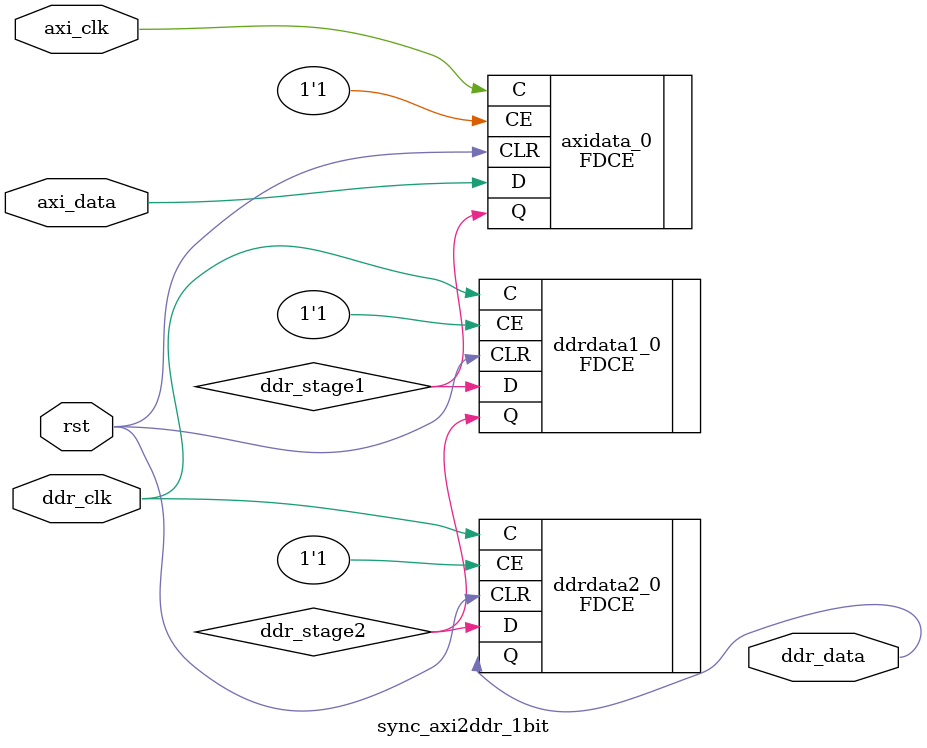
<source format=v>

module sync_axi2ddr_1bit(
  input   wire           rst,
  input   wire           axi_clk,
  input   wire           ddr_clk,
  input   wire [0:0]     axi_data,
  output  wire [0:0]     ddr_data
  );

  wire [0:0]    ddr_stage1;
  wire [0:0]    ddr_stage2;

  // axi data
  (* DONT_TOUCH="yes" *)FDCE #(.INIT(1'b0))
      axidata_0(
        .D(axi_data[0]),
        .Q(ddr_stage1[0]),
        .CE(1'b1),
        .C(axi_clk),
        .CLR(rst)
        );

  // ddr stage1
  (* DONT_TOUCH="yes" *)FDCE #(.INIT(1'b0))
      ddrdata1_0(
        .D(ddr_stage1[0]),
        .Q(ddr_stage2[0]),
        .CE(1'b1),
        .C(ddr_clk),
        .CLR(rst)
        );
  // ddr stage2
  (* DONT_TOUCH="yes" *)FDCE #(.INIT(1'b0))
      ddrdata2_0(
        .D(ddr_stage2[0]),
        .Q(ddr_data[0]),
        .CE(1'b1),
        .C(ddr_clk),
        .CLR(rst)
        );

endmodule

</source>
